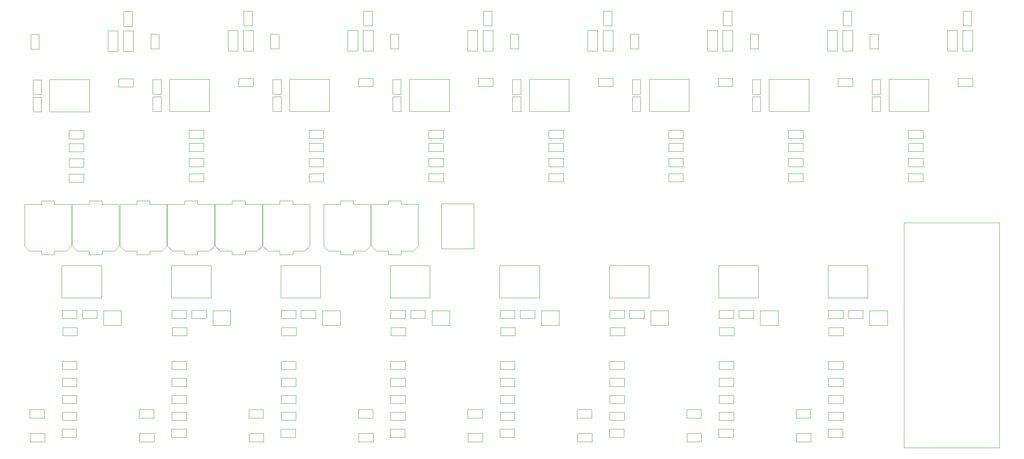
<source format=gbr>
G04 #@! TF.GenerationSoftware,KiCad,Pcbnew,9.0.0*
G04 #@! TF.CreationDate,2025-06-12T15:22:14-04:00*
G04 #@! TF.ProjectId,Oblique Palette 0.5.1 PCB Main,4f626c69-7175-4652-9050-616c65747465,rev?*
G04 #@! TF.SameCoordinates,Original*
G04 #@! TF.FileFunction,Other,User*
%FSLAX46Y46*%
G04 Gerber Fmt 4.6, Leading zero omitted, Abs format (unit mm)*
G04 Created by KiCad (PCBNEW 9.0.0) date 2025-06-12 15:22:14*
%MOMM*%
%LPD*%
G01*
G04 APERTURE LIST*
%ADD10C,0.050000*%
%ADD11C,0.120000*%
G04 APERTURE END LIST*
D10*
G04 #@! TO.C,U1*
X121225000Y-77285000D02*
X121225000Y-66885000D01*
X121225000Y-66885000D02*
X113825000Y-66885000D01*
X113825000Y-77285000D02*
X121225000Y-77285000D01*
X113825000Y-66885000D02*
X113825000Y-77285000D01*
G04 #@! TO.C,R116*
X51570000Y-103245700D02*
X54930000Y-103245700D01*
X51570000Y-105145700D02*
X51570000Y-103245700D01*
X54930000Y-103245700D02*
X54930000Y-105145700D01*
X54930000Y-105145700D02*
X51570000Y-105145700D01*
G04 #@! TO.C,R22*
X74864000Y-38140000D02*
X76764000Y-38140000D01*
X74864000Y-41500000D02*
X74864000Y-38140000D01*
X76764000Y-38140000D02*
X76764000Y-41500000D01*
X76764000Y-41500000D02*
X74864000Y-41500000D01*
G04 #@! TO.C,R161*
X66977000Y-37870000D02*
X66977000Y-39770000D01*
X66977000Y-39770000D02*
X70337000Y-39770000D01*
X70337000Y-37870000D02*
X66977000Y-37870000D01*
X70337000Y-39770000D02*
X70337000Y-37870000D01*
G04 #@! TO.C,R31*
X110878500Y-52870000D02*
X114238500Y-52870000D01*
X110878500Y-54770000D02*
X110878500Y-52870000D01*
X114238500Y-52870000D02*
X114238500Y-54770000D01*
X114238500Y-54770000D02*
X110878500Y-54770000D01*
G04 #@! TO.C,R152*
X202982500Y-118960000D02*
X206342500Y-118960000D01*
X202982500Y-120860000D02*
X202982500Y-118960000D01*
X206342500Y-118960000D02*
X206342500Y-120860000D01*
X206342500Y-120860000D02*
X202982500Y-120860000D01*
G04 #@! TO.C,R101*
X193849500Y-49870000D02*
X197209500Y-49870000D01*
X193849500Y-51770000D02*
X193849500Y-49870000D01*
X197209500Y-49870000D02*
X197209500Y-51770000D01*
X197209500Y-51770000D02*
X193849500Y-51770000D01*
G04 #@! TO.C,R136*
X170320000Y-114460000D02*
X173680000Y-114460000D01*
X170320000Y-116360000D02*
X170320000Y-114460000D01*
X173680000Y-114460000D02*
X173680000Y-116360000D01*
X173680000Y-116360000D02*
X170320000Y-116360000D01*
G04 #@! TO.C,R97*
X76732500Y-118960000D02*
X80092500Y-118960000D01*
X76732500Y-120860000D02*
X76732500Y-118960000D01*
X80092500Y-118960000D02*
X80092500Y-120860000D01*
X80092500Y-120860000D02*
X76732500Y-120860000D01*
G04 #@! TO.C,R94*
X166192500Y-49870000D02*
X169552500Y-49870000D01*
X166192500Y-51770000D02*
X166192500Y-49870000D01*
X169552500Y-49870000D02*
X169552500Y-51770000D01*
X169552500Y-51770000D02*
X166192500Y-51770000D01*
G04 #@! TO.C,R114*
X119820000Y-114460000D02*
X123180000Y-114460000D01*
X119820000Y-116360000D02*
X119820000Y-114460000D01*
X123180000Y-114460000D02*
X123180000Y-116360000D01*
X123180000Y-116360000D02*
X119820000Y-116360000D01*
G04 #@! TO.C,R117*
X127320000Y-111102900D02*
X130680000Y-111102900D01*
X127320000Y-113002900D02*
X127320000Y-111102900D01*
X130680000Y-111102900D02*
X130680000Y-113002900D01*
X130680000Y-113002900D02*
X127320000Y-113002900D01*
G04 #@! TO.C,R4*
X19550000Y-42230000D02*
X21450000Y-42230000D01*
X19550000Y-45590000D02*
X19550000Y-42230000D01*
X21450000Y-42230000D02*
X21450000Y-45590000D01*
X21450000Y-45590000D02*
X19550000Y-45590000D01*
G04 #@! TO.C,R123*
X76820000Y-103245700D02*
X80180000Y-103245700D01*
X76820000Y-105145700D02*
X76820000Y-103245700D01*
X80180000Y-103245700D02*
X80180000Y-105145700D01*
X80180000Y-105145700D02*
X76820000Y-105145700D01*
G04 #@! TO.C,U11*
X35812500Y-91560000D02*
X35812500Y-94960000D01*
X35812500Y-94960000D02*
X39912500Y-94960000D01*
X39912500Y-91560000D02*
X35812500Y-91560000D01*
X39912500Y-94960000D02*
X39912500Y-91560000D01*
G04 #@! TO.C,R74*
X26320000Y-115031400D02*
X29680000Y-115031400D01*
X26320000Y-116931400D02*
X26320000Y-115031400D01*
X29680000Y-115031400D02*
X29680000Y-116931400D01*
X29680000Y-116931400D02*
X26320000Y-116931400D01*
G04 #@! TO.C,R79*
X83221500Y-49870000D02*
X86581500Y-49870000D01*
X83221500Y-51770000D02*
X83221500Y-49870000D01*
X86581500Y-49870000D02*
X86581500Y-51770000D01*
X86581500Y-51770000D02*
X83221500Y-51770000D01*
G04 #@! TO.C,R53*
X193849500Y-56370000D02*
X197209500Y-56370000D01*
X193849500Y-58270000D02*
X193849500Y-56370000D01*
X197209500Y-56370000D02*
X197209500Y-58270000D01*
X197209500Y-58270000D02*
X193849500Y-58270000D01*
G04 #@! TO.C,D41*
X206342000Y-31520000D02*
X206342000Y-26820000D01*
X208642000Y-26820000D02*
X206342000Y-26820000D01*
X208642000Y-26820000D02*
X208642000Y-31520000D01*
X208642000Y-31520000D02*
X206342000Y-31520000D01*
G04 #@! TO.C,R61*
X221506500Y-56370000D02*
X224866500Y-56370000D01*
X221506500Y-58270000D02*
X221506500Y-56370000D01*
X224866500Y-56370000D02*
X224866500Y-58270000D01*
X224866500Y-58270000D02*
X221506500Y-58270000D01*
G04 #@! TO.C,R52*
X185492000Y-42140000D02*
X187392000Y-42140000D01*
X185492000Y-45500000D02*
X185492000Y-42140000D01*
X187392000Y-42140000D02*
X187392000Y-45500000D01*
X187392000Y-45500000D02*
X185492000Y-45500000D01*
G04 #@! TO.C,R12*
X47207000Y-42140000D02*
X49107000Y-42140000D01*
X47207000Y-45500000D02*
X47207000Y-42140000D01*
X49107000Y-42140000D02*
X49107000Y-45500000D01*
X49107000Y-45500000D02*
X47207000Y-45500000D01*
G04 #@! TO.C,R98*
X102070000Y-91460000D02*
X105430000Y-91460000D01*
X102070000Y-93360000D02*
X102070000Y-91460000D01*
X105430000Y-91460000D02*
X105430000Y-93360000D01*
X105430000Y-93360000D02*
X102070000Y-93360000D01*
G04 #@! TO.C,C4*
X39600000Y-76660000D02*
X39600000Y-67010000D01*
X40750000Y-77810000D02*
X39600000Y-76660000D01*
X43500000Y-66160000D02*
X43500000Y-67010000D01*
X43500000Y-67010000D02*
X39600000Y-67010000D01*
X43500000Y-77810000D02*
X40750000Y-77810000D01*
X43500000Y-78660000D02*
X43500000Y-77810000D01*
X46500000Y-66160000D02*
X43500000Y-66160000D01*
X46500000Y-67010000D02*
X46500000Y-66160000D01*
X46500000Y-77810000D02*
X46500000Y-78660000D01*
X46500000Y-78660000D02*
X43500000Y-78660000D01*
X49250000Y-77810000D02*
X46500000Y-77810000D01*
X49250000Y-77810000D02*
X50400000Y-76660000D01*
X50400000Y-67010000D02*
X46500000Y-67010000D01*
X50400000Y-76660000D02*
X50400000Y-67010000D01*
G04 #@! TO.C,R27*
X110878500Y-59870000D02*
X114238500Y-59870000D01*
X110878500Y-61770000D02*
X110878500Y-59870000D01*
X114238500Y-59870000D02*
X114238500Y-61770000D01*
X114238500Y-61770000D02*
X110878500Y-61770000D01*
G04 #@! TO.C,D29*
X151028000Y-31520000D02*
X151028000Y-26820000D01*
X153328000Y-26820000D02*
X151028000Y-26820000D01*
X153328000Y-26820000D02*
X153328000Y-31520000D01*
X153328000Y-31520000D02*
X151028000Y-31520000D01*
G04 #@! TO.C,C2*
X50600000Y-76660000D02*
X50600000Y-67010000D01*
X51750000Y-77810000D02*
X50600000Y-76660000D01*
X54500000Y-66160000D02*
X54500000Y-67010000D01*
X54500000Y-67010000D02*
X50600000Y-67010000D01*
X54500000Y-77810000D02*
X51750000Y-77810000D01*
X54500000Y-78660000D02*
X54500000Y-77810000D01*
X57500000Y-66160000D02*
X54500000Y-66160000D01*
X57500000Y-67010000D02*
X57500000Y-66160000D01*
X57500000Y-77810000D02*
X57500000Y-78660000D01*
X57500000Y-78660000D02*
X54500000Y-78660000D01*
X60250000Y-77810000D02*
X57500000Y-77810000D01*
X60250000Y-77810000D02*
X61400000Y-76660000D01*
X61400000Y-67010000D02*
X57500000Y-67010000D01*
X61400000Y-76660000D02*
X61400000Y-67010000D01*
G04 #@! TO.C,R81*
X44070000Y-114460000D02*
X47430000Y-114460000D01*
X44070000Y-116360000D02*
X44070000Y-114460000D01*
X47430000Y-114460000D02*
X47430000Y-116360000D01*
X47430000Y-116360000D02*
X44070000Y-116360000D01*
G04 #@! TO.C,R100*
X102157500Y-95460000D02*
X105517500Y-95460000D01*
X102157500Y-97360000D02*
X102157500Y-95460000D01*
X105517500Y-95460000D02*
X105517500Y-97360000D01*
X105517500Y-97360000D02*
X102157500Y-97360000D01*
G04 #@! TO.C,R16*
X46707000Y-27640000D02*
X48607000Y-27640000D01*
X46707000Y-31000000D02*
X46707000Y-27640000D01*
X48607000Y-27640000D02*
X48607000Y-31000000D01*
X48607000Y-31000000D02*
X46707000Y-31000000D01*
G04 #@! TO.C,U4*
X51077000Y-38095000D02*
X51077000Y-45495000D01*
X51077000Y-45495000D02*
X60237000Y-45495000D01*
X60237000Y-38095000D02*
X51077000Y-38095000D01*
X60237000Y-45495000D02*
X60237000Y-38095000D01*
G04 #@! TO.C,C14*
X178776000Y-22345700D02*
X180736000Y-22345700D01*
X178776000Y-25745700D02*
X178776000Y-22345700D01*
X180736000Y-22345700D02*
X180736000Y-25745700D01*
X180736000Y-25745700D02*
X178776000Y-25745700D01*
G04 #@! TO.C,R138*
X152570000Y-103245700D02*
X155930000Y-103245700D01*
X152570000Y-105145700D02*
X152570000Y-103245700D01*
X155930000Y-103245700D02*
X155930000Y-105145700D01*
X155930000Y-105145700D02*
X152570000Y-105145700D01*
G04 #@! TO.C,R30*
X102521000Y-38140000D02*
X104421000Y-38140000D01*
X102521000Y-41500000D02*
X102521000Y-38140000D01*
X104421000Y-38140000D02*
X104421000Y-41500000D01*
X104421000Y-41500000D02*
X102521000Y-41500000D01*
G04 #@! TO.C,R141*
X177732500Y-118960000D02*
X181092500Y-118960000D01*
X177732500Y-120860000D02*
X177732500Y-118960000D01*
X181092500Y-118960000D02*
X181092500Y-120860000D01*
X181092500Y-120860000D02*
X177732500Y-120860000D01*
G04 #@! TO.C,U9*
X189362000Y-38095000D02*
X189362000Y-45495000D01*
X189362000Y-45495000D02*
X198522000Y-45495000D01*
X198522000Y-38095000D02*
X189362000Y-38095000D01*
X198522000Y-45495000D02*
X198522000Y-38095000D01*
G04 #@! TO.C,U7*
X134048000Y-38095000D02*
X134048000Y-45495000D01*
X134048000Y-45495000D02*
X143208000Y-45495000D01*
X143208000Y-38095000D02*
X134048000Y-38095000D01*
X143208000Y-45495000D02*
X143208000Y-38095000D01*
G04 #@! TO.C,R73*
X26320000Y-111102900D02*
X29680000Y-111102900D01*
X26320000Y-113002900D02*
X26320000Y-111102900D01*
X29680000Y-111102900D02*
X29680000Y-113002900D01*
X29680000Y-113002900D02*
X26320000Y-113002900D01*
G04 #@! TO.C,R129*
X152570000Y-115031400D02*
X155930000Y-115031400D01*
X152570000Y-116931400D02*
X152570000Y-115031400D01*
X155930000Y-115031400D02*
X155930000Y-116931400D01*
X155930000Y-116931400D02*
X152570000Y-116931400D01*
G04 #@! TO.C,R46*
X157835000Y-38140000D02*
X159735000Y-38140000D01*
X157835000Y-41500000D02*
X157835000Y-38140000D01*
X159735000Y-38140000D02*
X159735000Y-41500000D01*
X159735000Y-41500000D02*
X157835000Y-41500000D01*
G04 #@! TO.C,R125*
X145070000Y-114460000D02*
X148430000Y-114460000D01*
X145070000Y-116360000D02*
X145070000Y-114460000D01*
X148430000Y-114460000D02*
X148430000Y-116360000D01*
X148430000Y-116360000D02*
X145070000Y-116360000D01*
G04 #@! TO.C,R147*
X195570000Y-114460000D02*
X198930000Y-114460000D01*
X195570000Y-116360000D02*
X195570000Y-114460000D01*
X198930000Y-114460000D02*
X198930000Y-116360000D01*
X198930000Y-116360000D02*
X195570000Y-116360000D01*
G04 #@! TO.C,R139*
X177820000Y-111102900D02*
X181180000Y-111102900D01*
X177820000Y-113002900D02*
X177820000Y-111102900D01*
X181180000Y-111102900D02*
X181180000Y-113002900D01*
X181180000Y-113002900D02*
X177820000Y-113002900D01*
G04 #@! TO.C,R11*
X55564500Y-59870000D02*
X58924500Y-59870000D01*
X55564500Y-61770000D02*
X55564500Y-59870000D01*
X58924500Y-59870000D02*
X58924500Y-61770000D01*
X58924500Y-61770000D02*
X55564500Y-61770000D01*
G04 #@! TO.C,R84*
X51570000Y-111102900D02*
X54930000Y-111102900D01*
X51570000Y-113002900D02*
X51570000Y-111102900D01*
X54930000Y-111102900D02*
X54930000Y-113002900D01*
X54930000Y-113002900D02*
X51570000Y-113002900D01*
G04 #@! TO.C,R21*
X83221500Y-56370000D02*
X86581500Y-56370000D01*
X83221500Y-58270000D02*
X83221500Y-56370000D01*
X86581500Y-56370000D02*
X86581500Y-58270000D01*
X86581500Y-58270000D02*
X83221500Y-58270000D01*
G04 #@! TO.C,R63*
X221506500Y-52870000D02*
X224866500Y-52870000D01*
X221506500Y-54770000D02*
X221506500Y-52870000D01*
X224866500Y-52870000D02*
X224866500Y-54770000D01*
X224866500Y-54770000D02*
X221506500Y-54770000D01*
G04 #@! TO.C,U3*
X23420000Y-38185000D02*
X23420000Y-45585000D01*
X23420000Y-45585000D02*
X32580000Y-45585000D01*
X32580000Y-38185000D02*
X23420000Y-38185000D01*
X32580000Y-45585000D02*
X32580000Y-38185000D01*
G04 #@! TO.C,U23*
X187312500Y-91560000D02*
X187312500Y-94960000D01*
X187312500Y-94960000D02*
X191412500Y-94960000D01*
X191412500Y-91560000D02*
X187312500Y-91560000D01*
X191412500Y-94960000D02*
X191412500Y-91560000D01*
G04 #@! TO.C,R19*
X83221500Y-59870000D02*
X86581500Y-59870000D01*
X83221500Y-61770000D02*
X83221500Y-59870000D01*
X86581500Y-59870000D02*
X86581500Y-61770000D01*
X86581500Y-61770000D02*
X83221500Y-61770000D01*
G04 #@! TO.C,U5*
X78734000Y-38095000D02*
X78734000Y-45495000D01*
X78734000Y-45495000D02*
X87894000Y-45495000D01*
X87894000Y-38095000D02*
X78734000Y-38095000D01*
X87894000Y-45495000D02*
X87894000Y-38095000D01*
G04 #@! TO.C,R168*
X207657500Y-91460000D02*
X207657500Y-93360000D01*
X207657500Y-93360000D02*
X211017500Y-93360000D01*
X211017500Y-91460000D02*
X207657500Y-91460000D01*
X211017500Y-93360000D02*
X211017500Y-91460000D01*
G04 #@! TO.C,U13*
X61062500Y-91560000D02*
X61062500Y-94960000D01*
X61062500Y-94960000D02*
X65162500Y-94960000D01*
X65162500Y-91560000D02*
X61062500Y-91560000D01*
X65162500Y-94960000D02*
X65162500Y-91560000D01*
G04 #@! TO.C,R122*
X152657500Y-95460000D02*
X156017500Y-95460000D01*
X152657500Y-97360000D02*
X152657500Y-95460000D01*
X156017500Y-95460000D02*
X156017500Y-97360000D01*
X156017500Y-97360000D02*
X152657500Y-97360000D01*
G04 #@! TO.C,C5*
X72600000Y-76660000D02*
X72600000Y-67010000D01*
X73750000Y-77810000D02*
X72600000Y-76660000D01*
X76500000Y-66160000D02*
X76500000Y-67010000D01*
X76500000Y-67010000D02*
X72600000Y-67010000D01*
X76500000Y-77810000D02*
X73750000Y-77810000D01*
X76500000Y-78660000D02*
X76500000Y-77810000D01*
X79500000Y-66160000D02*
X76500000Y-66160000D01*
X79500000Y-67010000D02*
X79500000Y-66160000D01*
X79500000Y-77810000D02*
X79500000Y-78660000D01*
X79500000Y-78660000D02*
X76500000Y-78660000D01*
X82250000Y-77810000D02*
X79500000Y-77810000D01*
X82250000Y-77810000D02*
X83400000Y-76660000D01*
X83400000Y-67010000D02*
X79500000Y-67010000D01*
X83400000Y-76660000D02*
X83400000Y-67010000D01*
G04 #@! TO.C,R164*
X149948000Y-37870000D02*
X149948000Y-39770000D01*
X149948000Y-39770000D02*
X153308000Y-39770000D01*
X153308000Y-37870000D02*
X149948000Y-37870000D01*
X153308000Y-39770000D02*
X153308000Y-37870000D01*
G04 #@! TO.C,C16*
X234090000Y-22345700D02*
X236050000Y-22345700D01*
X234090000Y-25745700D02*
X234090000Y-22345700D01*
X236050000Y-22345700D02*
X236050000Y-25745700D01*
X236050000Y-25745700D02*
X234090000Y-25745700D01*
G04 #@! TO.C,R45*
X166192500Y-56370000D02*
X169552500Y-56370000D01*
X166192500Y-58270000D02*
X166192500Y-56370000D01*
X169552500Y-56370000D02*
X169552500Y-58270000D01*
X169552500Y-58270000D02*
X166192500Y-58270000D01*
G04 #@! TO.C,R40*
X129678000Y-27640000D02*
X131578000Y-27640000D01*
X129678000Y-31000000D02*
X129678000Y-27640000D01*
X131578000Y-27640000D02*
X131578000Y-31000000D01*
X131578000Y-31000000D02*
X129678000Y-31000000D01*
G04 #@! TO.C,R62*
X213149000Y-38140000D02*
X215049000Y-38140000D01*
X213149000Y-41500000D02*
X213149000Y-38140000D01*
X215049000Y-38140000D02*
X215049000Y-41500000D01*
X215049000Y-41500000D02*
X213149000Y-41500000D01*
G04 #@! TO.C,R154*
X56157500Y-91460000D02*
X56157500Y-93360000D01*
X56157500Y-93360000D02*
X59517500Y-93360000D01*
X59517500Y-91460000D02*
X56157500Y-91460000D01*
X59517500Y-93360000D02*
X59517500Y-91460000D01*
G04 #@! TO.C,R153*
X30907500Y-91460000D02*
X30907500Y-93360000D01*
X30907500Y-93360000D02*
X34267500Y-93360000D01*
X34267500Y-91460000D02*
X30907500Y-91460000D01*
X34267500Y-93360000D02*
X34267500Y-91460000D01*
G04 #@! TO.C,R111*
X127407500Y-95460000D02*
X130767500Y-95460000D01*
X127407500Y-97360000D02*
X127407500Y-95460000D01*
X130767500Y-95460000D02*
X130767500Y-97360000D01*
X130767500Y-97360000D02*
X127407500Y-97360000D01*
G04 #@! TO.C,R68*
X27907500Y-49960000D02*
X31267500Y-49960000D01*
X27907500Y-51860000D02*
X27907500Y-49960000D01*
X31267500Y-49960000D02*
X31267500Y-51860000D01*
X31267500Y-51860000D02*
X27907500Y-51860000D01*
G04 #@! TO.C,R107*
X102070000Y-115031400D02*
X105430000Y-115031400D01*
X102070000Y-116931400D02*
X102070000Y-115031400D01*
X105430000Y-115031400D02*
X105430000Y-116931400D01*
X105430000Y-116931400D02*
X102070000Y-116931400D01*
G04 #@! TO.C,R131*
X177820000Y-91460000D02*
X181180000Y-91460000D01*
X177820000Y-93360000D02*
X177820000Y-91460000D01*
X181180000Y-91460000D02*
X181180000Y-93360000D01*
X181180000Y-93360000D02*
X177820000Y-93360000D01*
G04 #@! TO.C,R140*
X177820000Y-115031400D02*
X181180000Y-115031400D01*
X177820000Y-116931400D02*
X177820000Y-115031400D01*
X181180000Y-115031400D02*
X181180000Y-116931400D01*
X181180000Y-116931400D02*
X177820000Y-116931400D01*
G04 #@! TO.C,U18*
X101960000Y-81185000D02*
X101960000Y-88585000D01*
X101960000Y-88585000D02*
X111120000Y-88585000D01*
X111120000Y-81185000D02*
X101960000Y-81185000D01*
X111120000Y-88585000D02*
X111120000Y-81185000D01*
G04 #@! TO.C,D46*
X230449000Y-31520000D02*
X230449000Y-26820000D01*
X232749000Y-26820000D02*
X230449000Y-26820000D01*
X232749000Y-26820000D02*
X232749000Y-31520000D01*
X232749000Y-31520000D02*
X230449000Y-31520000D01*
G04 #@! TO.C,R135*
X177820000Y-107174300D02*
X181180000Y-107174300D01*
X177820000Y-109074300D02*
X177820000Y-107174300D01*
X181180000Y-107174300D02*
X181180000Y-109074300D01*
X181180000Y-109074300D02*
X177820000Y-109074300D01*
G04 #@! TO.C,D47*
X233999000Y-26820000D02*
X233999000Y-31520000D01*
X233999000Y-26820000D02*
X236299000Y-26820000D01*
X233999000Y-31520000D02*
X236299000Y-31520000D01*
X236299000Y-31520000D02*
X236299000Y-26820000D01*
G04 #@! TO.C,R93*
X69407500Y-119960000D02*
X72767500Y-119960000D01*
X69407500Y-121860000D02*
X69407500Y-119960000D01*
X72767500Y-119960000D02*
X72767500Y-121860000D01*
X72767500Y-121860000D02*
X69407500Y-121860000D01*
G04 #@! TO.C,D4*
X36850000Y-31610000D02*
X36850000Y-26910000D01*
X39150000Y-26910000D02*
X36850000Y-26910000D01*
X39150000Y-26910000D02*
X39150000Y-31610000D01*
X39150000Y-31610000D02*
X36850000Y-31610000D01*
G04 #@! TO.C,R38*
X130178000Y-38140000D02*
X132078000Y-38140000D01*
X130178000Y-41500000D02*
X130178000Y-38140000D01*
X132078000Y-38140000D02*
X132078000Y-41500000D01*
X132078000Y-41500000D02*
X130178000Y-41500000D01*
G04 #@! TO.C,R118*
X127320000Y-115031400D02*
X130680000Y-115031400D01*
X127320000Y-116931400D02*
X127320000Y-115031400D01*
X130680000Y-115031400D02*
X130680000Y-116931400D01*
X130680000Y-116931400D02*
X127320000Y-116931400D01*
G04 #@! TO.C,C6*
X28600000Y-76660000D02*
X28600000Y-67010000D01*
X29750000Y-77810000D02*
X28600000Y-76660000D01*
X32500000Y-66160000D02*
X32500000Y-67010000D01*
X32500000Y-67010000D02*
X28600000Y-67010000D01*
X32500000Y-77810000D02*
X29750000Y-77810000D01*
X32500000Y-78660000D02*
X32500000Y-77810000D01*
X35500000Y-66160000D02*
X32500000Y-66160000D01*
X35500000Y-67010000D02*
X35500000Y-66160000D01*
X35500000Y-77810000D02*
X35500000Y-78660000D01*
X35500000Y-78660000D02*
X32500000Y-78660000D01*
X38250000Y-77810000D02*
X35500000Y-77810000D01*
X38250000Y-77810000D02*
X39400000Y-76660000D01*
X39400000Y-67010000D02*
X35500000Y-67010000D01*
X39400000Y-76660000D02*
X39400000Y-67010000D01*
G04 #@! TO.C,U25*
X212562500Y-91560000D02*
X212562500Y-94960000D01*
X212562500Y-94960000D02*
X216662500Y-94960000D01*
X216662500Y-91560000D02*
X212562500Y-91560000D01*
X216662500Y-94960000D02*
X216662500Y-91560000D01*
G04 #@! TO.C,R160*
X39320000Y-37960000D02*
X39320000Y-39860000D01*
X39320000Y-39860000D02*
X42680000Y-39860000D01*
X42680000Y-37960000D02*
X39320000Y-37960000D01*
X42680000Y-39860000D02*
X42680000Y-37960000D01*
G04 #@! TO.C,R70*
X18820000Y-114460000D02*
X22180000Y-114460000D01*
X18820000Y-116360000D02*
X18820000Y-114460000D01*
X22180000Y-114460000D02*
X22180000Y-116360000D01*
X22180000Y-116360000D02*
X18820000Y-116360000D01*
G04 #@! TO.C,R149*
X203070000Y-103245700D02*
X206430000Y-103245700D01*
X203070000Y-105145700D02*
X203070000Y-103245700D01*
X206430000Y-103245700D02*
X206430000Y-105145700D01*
X206430000Y-105145700D02*
X203070000Y-105145700D01*
G04 #@! TO.C,R56*
X184992000Y-27640000D02*
X186892000Y-27640000D01*
X184992000Y-31000000D02*
X184992000Y-27640000D01*
X186892000Y-27640000D02*
X186892000Y-31000000D01*
X186892000Y-31000000D02*
X184992000Y-31000000D01*
G04 #@! TO.C,R7*
X27907500Y-52960000D02*
X31267500Y-52960000D01*
X27907500Y-54860000D02*
X27907500Y-52960000D01*
X31267500Y-52960000D02*
X31267500Y-54860000D01*
X31267500Y-54860000D02*
X27907500Y-54860000D01*
G04 #@! TO.C,R5*
X27907500Y-56460000D02*
X31267500Y-56460000D01*
X27907500Y-58360000D02*
X27907500Y-56460000D01*
X31267500Y-56460000D02*
X31267500Y-58360000D01*
X31267500Y-58360000D02*
X27907500Y-58360000D01*
G04 #@! TO.C,R145*
X177820000Y-103245700D02*
X181180000Y-103245700D01*
X177820000Y-105145700D02*
X177820000Y-103245700D01*
X181180000Y-103245700D02*
X181180000Y-105145700D01*
X181180000Y-105145700D02*
X177820000Y-105145700D01*
G04 #@! TO.C,C1*
X97600000Y-76660000D02*
X97600000Y-67010000D01*
X98750000Y-77810000D02*
X97600000Y-76660000D01*
X101500000Y-66160000D02*
X101500000Y-67010000D01*
X101500000Y-67010000D02*
X97600000Y-67010000D01*
X101500000Y-77810000D02*
X98750000Y-77810000D01*
X101500000Y-78660000D02*
X101500000Y-77810000D01*
X104500000Y-66160000D02*
X101500000Y-66160000D01*
X104500000Y-67010000D02*
X104500000Y-66160000D01*
X104500000Y-77810000D02*
X104500000Y-78660000D01*
X104500000Y-78660000D02*
X101500000Y-78660000D01*
X107250000Y-77810000D02*
X104500000Y-77810000D01*
X107250000Y-77810000D02*
X108400000Y-76660000D01*
X108400000Y-67010000D02*
X104500000Y-67010000D01*
X108400000Y-76660000D02*
X108400000Y-67010000D01*
G04 #@! TO.C,U19*
X136812500Y-91560000D02*
X136812500Y-94960000D01*
X136812500Y-94960000D02*
X140912500Y-94960000D01*
X140912500Y-91560000D02*
X136812500Y-91560000D01*
X140912500Y-94960000D02*
X140912500Y-91560000D01*
G04 #@! TO.C,R39*
X138535500Y-52870000D02*
X141895500Y-52870000D01*
X138535500Y-54770000D02*
X138535500Y-52870000D01*
X141895500Y-52870000D02*
X141895500Y-54770000D01*
X141895500Y-54770000D02*
X138535500Y-54770000D01*
G04 #@! TO.C,R157*
X131907500Y-91460000D02*
X131907500Y-93360000D01*
X131907500Y-93360000D02*
X135267500Y-93360000D01*
X135267500Y-91460000D02*
X131907500Y-91460000D01*
X135267500Y-93360000D02*
X135267500Y-91460000D01*
G04 #@! TO.C,R43*
X166192500Y-59870000D02*
X169552500Y-59870000D01*
X166192500Y-61770000D02*
X166192500Y-59870000D01*
X169552500Y-59870000D02*
X169552500Y-61770000D01*
X169552500Y-61770000D02*
X166192500Y-61770000D01*
G04 #@! TO.C,R148*
X195657500Y-119960000D02*
X199017500Y-119960000D01*
X195657500Y-121860000D02*
X195657500Y-119960000D01*
X199017500Y-119960000D02*
X199017500Y-121860000D01*
X199017500Y-121860000D02*
X195657500Y-121860000D01*
G04 #@! TO.C,R128*
X152570000Y-111102900D02*
X155930000Y-111102900D01*
X152570000Y-113002900D02*
X152570000Y-111102900D01*
X155930000Y-111102900D02*
X155930000Y-113002900D01*
X155930000Y-113002900D02*
X152570000Y-113002900D01*
G04 #@! TO.C,U20*
X127210000Y-81185000D02*
X127210000Y-88585000D01*
X127210000Y-88585000D02*
X136370000Y-88585000D01*
X136370000Y-81185000D02*
X127210000Y-81185000D01*
X136370000Y-88585000D02*
X136370000Y-81185000D01*
G04 #@! TO.C,U22*
X152460000Y-81185000D02*
X152460000Y-88585000D01*
X152460000Y-88585000D02*
X161620000Y-88585000D01*
X161620000Y-81185000D02*
X152460000Y-81185000D01*
X161620000Y-88585000D02*
X161620000Y-81185000D01*
G04 #@! TO.C,U21*
X162062500Y-91560000D02*
X162062500Y-94960000D01*
X162062500Y-94960000D02*
X166162500Y-94960000D01*
X166162500Y-91560000D02*
X162062500Y-91560000D01*
X166162500Y-94960000D02*
X166162500Y-91560000D01*
G04 #@! TO.C,R158*
X157157500Y-91460000D02*
X157157500Y-93360000D01*
X157157500Y-93360000D02*
X160517500Y-93360000D01*
X160517500Y-91460000D02*
X157157500Y-91460000D01*
X160517500Y-93360000D02*
X160517500Y-91460000D01*
G04 #@! TO.C,R95*
X76820000Y-111102900D02*
X80180000Y-111102900D01*
X76820000Y-113002900D02*
X76820000Y-111102900D01*
X80180000Y-111102900D02*
X80180000Y-113002900D01*
X80180000Y-113002900D02*
X76820000Y-113002900D01*
D11*
G04 #@! TO.C,U2*
X220500000Y-71280000D02*
X242500000Y-71280000D01*
X220500000Y-123280000D02*
X220500000Y-71280000D01*
X242500000Y-71280000D02*
X242500000Y-123280000D01*
X242500000Y-123280000D02*
X220500000Y-123280000D01*
D10*
G04 #@! TO.C,D5*
X40400000Y-31610000D02*
X40400000Y-26910000D01*
X42700000Y-26910000D02*
X40400000Y-26910000D01*
X42700000Y-26910000D02*
X42700000Y-31610000D01*
X42700000Y-31610000D02*
X40400000Y-31610000D01*
G04 #@! TO.C,R163*
X122291000Y-37870000D02*
X122291000Y-39770000D01*
X122291000Y-39770000D02*
X125651000Y-39770000D01*
X125651000Y-37870000D02*
X122291000Y-37870000D01*
X125651000Y-39770000D02*
X125651000Y-37870000D01*
G04 #@! TO.C,R90*
X138535500Y-49870000D02*
X141895500Y-49870000D01*
X138535500Y-51770000D02*
X138535500Y-49870000D01*
X141895500Y-49870000D02*
X141895500Y-51770000D01*
X141895500Y-51770000D02*
X138535500Y-51770000D01*
G04 #@! TO.C,R59*
X221506500Y-59870000D02*
X224866500Y-59870000D01*
X221506500Y-61770000D02*
X221506500Y-59870000D01*
X224866500Y-59870000D02*
X224866500Y-61770000D01*
X224866500Y-61770000D02*
X221506500Y-61770000D01*
G04 #@! TO.C,R20*
X74864000Y-42140000D02*
X76764000Y-42140000D01*
X74864000Y-45500000D02*
X74864000Y-42140000D01*
X76764000Y-42140000D02*
X76764000Y-45500000D01*
X76764000Y-45500000D02*
X74864000Y-45500000D01*
G04 #@! TO.C,R8*
X19050000Y-27730000D02*
X20950000Y-27730000D01*
X19050000Y-31090000D02*
X19050000Y-27730000D01*
X20950000Y-27730000D02*
X20950000Y-31090000D01*
X20950000Y-31090000D02*
X19050000Y-31090000D01*
G04 #@! TO.C,R155*
X81407500Y-91460000D02*
X81407500Y-93360000D01*
X81407500Y-93360000D02*
X84767500Y-93360000D01*
X84767500Y-91460000D02*
X81407500Y-91460000D01*
X84767500Y-93360000D02*
X84767500Y-91460000D01*
G04 #@! TO.C,R124*
X152570000Y-107174300D02*
X155930000Y-107174300D01*
X152570000Y-109074300D02*
X152570000Y-107174300D01*
X155930000Y-107174300D02*
X155930000Y-109074300D01*
X155930000Y-109074300D02*
X152570000Y-109074300D01*
G04 #@! TO.C,R80*
X51570000Y-107174300D02*
X54930000Y-107174300D01*
X51570000Y-109074300D02*
X51570000Y-107174300D01*
X54930000Y-107174300D02*
X54930000Y-109074300D01*
X54930000Y-109074300D02*
X51570000Y-109074300D01*
G04 #@! TO.C,D10*
X64507000Y-31520000D02*
X64507000Y-26820000D01*
X66807000Y-26820000D02*
X64507000Y-26820000D01*
X66807000Y-26820000D02*
X66807000Y-31520000D01*
X66807000Y-31520000D02*
X64507000Y-31520000D01*
G04 #@! TO.C,R96*
X76820000Y-115031400D02*
X80180000Y-115031400D01*
X76820000Y-116931400D02*
X76820000Y-115031400D01*
X80180000Y-115031400D02*
X80180000Y-116931400D01*
X80180000Y-116931400D02*
X76820000Y-116931400D01*
G04 #@! TO.C,R55*
X193849500Y-52870000D02*
X197209500Y-52870000D01*
X193849500Y-54770000D02*
X193849500Y-52870000D01*
X197209500Y-52870000D02*
X197209500Y-54770000D01*
X197209500Y-54770000D02*
X193849500Y-54770000D01*
G04 #@! TO.C,R75*
X26232500Y-118960000D02*
X29592500Y-118960000D01*
X26232500Y-120860000D02*
X26232500Y-118960000D01*
X29592500Y-118960000D02*
X29592500Y-120860000D01*
X29592500Y-120860000D02*
X26232500Y-120860000D01*
G04 #@! TO.C,R35*
X138535500Y-59870000D02*
X141895500Y-59870000D01*
X138535500Y-61770000D02*
X138535500Y-59870000D01*
X141895500Y-59870000D02*
X141895500Y-61770000D01*
X141895500Y-61770000D02*
X138535500Y-61770000D01*
G04 #@! TO.C,R165*
X177605000Y-37870000D02*
X177605000Y-39770000D01*
X177605000Y-39770000D02*
X180965000Y-39770000D01*
X180965000Y-37870000D02*
X177605000Y-37870000D01*
X180965000Y-39770000D02*
X180965000Y-37870000D01*
G04 #@! TO.C,D28*
X147478000Y-31520000D02*
X147478000Y-26820000D01*
X149778000Y-26820000D02*
X147478000Y-26820000D01*
X149778000Y-26820000D02*
X149778000Y-31520000D01*
X149778000Y-31520000D02*
X147478000Y-31520000D01*
G04 #@! TO.C,C12*
X123462000Y-22345700D02*
X125422000Y-22345700D01*
X123462000Y-25745700D02*
X123462000Y-22345700D01*
X125422000Y-22345700D02*
X125422000Y-25745700D01*
X125422000Y-25745700D02*
X123462000Y-25745700D01*
G04 #@! TO.C,R64*
X212649000Y-27640000D02*
X214549000Y-27640000D01*
X212649000Y-31000000D02*
X212649000Y-27640000D01*
X214549000Y-27640000D02*
X214549000Y-31000000D01*
X214549000Y-31000000D02*
X212649000Y-31000000D01*
G04 #@! TO.C,R83*
X110878500Y-49870000D02*
X114238500Y-49870000D01*
X110878500Y-51770000D02*
X110878500Y-49870000D01*
X114238500Y-49870000D02*
X114238500Y-51770000D01*
X114238500Y-51770000D02*
X110878500Y-51770000D01*
G04 #@! TO.C,D35*
X178685000Y-31520000D02*
X178685000Y-26820000D01*
X180985000Y-26820000D02*
X178685000Y-26820000D01*
X180985000Y-26820000D02*
X180985000Y-31520000D01*
X180985000Y-31520000D02*
X178685000Y-31520000D01*
G04 #@! TO.C,C15*
X206433000Y-22345700D02*
X208393000Y-22345700D01*
X206433000Y-25745700D02*
X206433000Y-22345700D01*
X208393000Y-22345700D02*
X208393000Y-25745700D01*
X208393000Y-25745700D02*
X206433000Y-25745700D01*
G04 #@! TO.C,R133*
X177907500Y-95460000D02*
X181267500Y-95460000D01*
X177907500Y-97360000D02*
X177907500Y-95460000D01*
X181267500Y-95460000D02*
X181267500Y-97360000D01*
X181267500Y-97360000D02*
X177907500Y-97360000D01*
G04 #@! TO.C,R85*
X51570000Y-115031400D02*
X54930000Y-115031400D01*
X51570000Y-116931400D02*
X51570000Y-115031400D01*
X54930000Y-115031400D02*
X54930000Y-116931400D01*
X54930000Y-116931400D02*
X51570000Y-116931400D01*
G04 #@! TO.C,R32*
X102021000Y-27640000D02*
X103921000Y-27640000D01*
X102021000Y-31000000D02*
X102021000Y-27640000D01*
X103921000Y-27640000D02*
X103921000Y-31000000D01*
X103921000Y-31000000D02*
X102021000Y-31000000D01*
G04 #@! TO.C,U10*
X217019000Y-38095000D02*
X217019000Y-45495000D01*
X217019000Y-45495000D02*
X226179000Y-45495000D01*
X226179000Y-38095000D02*
X217019000Y-38095000D01*
X226179000Y-45495000D02*
X226179000Y-38095000D01*
G04 #@! TO.C,R54*
X185492000Y-38140000D02*
X187392000Y-38140000D01*
X185492000Y-41500000D02*
X185492000Y-38140000D01*
X187392000Y-38140000D02*
X187392000Y-41500000D01*
X187392000Y-41500000D02*
X185492000Y-41500000D01*
G04 #@! TO.C,R37*
X138535500Y-56370000D02*
X141895500Y-56370000D01*
X138535500Y-58270000D02*
X138535500Y-56370000D01*
X141895500Y-56370000D02*
X141895500Y-58270000D01*
X141895500Y-58270000D02*
X138535500Y-58270000D01*
G04 #@! TO.C,R69*
X26320000Y-107174300D02*
X29680000Y-107174300D01*
X26320000Y-109074300D02*
X26320000Y-107174300D01*
X29680000Y-107174300D02*
X29680000Y-109074300D01*
X29680000Y-109074300D02*
X26320000Y-109074300D01*
G04 #@! TO.C,R108*
X101982500Y-118960000D02*
X105342500Y-118960000D01*
X101982500Y-120860000D02*
X101982500Y-118960000D01*
X105342500Y-118960000D02*
X105342500Y-120860000D01*
X105342500Y-120860000D02*
X101982500Y-120860000D01*
G04 #@! TO.C,U26*
X202960000Y-81185000D02*
X202960000Y-88585000D01*
X202960000Y-88585000D02*
X212120000Y-88585000D01*
X212120000Y-81185000D02*
X202960000Y-81185000D01*
X212120000Y-88585000D02*
X212120000Y-81185000D01*
G04 #@! TO.C,R28*
X102521000Y-42140000D02*
X104421000Y-42140000D01*
X102521000Y-45500000D02*
X102521000Y-42140000D01*
X104421000Y-42140000D02*
X104421000Y-45500000D01*
X104421000Y-45500000D02*
X102521000Y-45500000D01*
G04 #@! TO.C,R156*
X106657500Y-91460000D02*
X106657500Y-93360000D01*
X106657500Y-93360000D02*
X110017500Y-93360000D01*
X110017500Y-91460000D02*
X106657500Y-91460000D01*
X110017500Y-93360000D02*
X110017500Y-91460000D01*
G04 #@! TO.C,D16*
X92164000Y-31520000D02*
X92164000Y-26820000D01*
X94464000Y-26820000D02*
X92164000Y-26820000D01*
X94464000Y-26820000D02*
X94464000Y-31520000D01*
X94464000Y-31520000D02*
X92164000Y-31520000D01*
G04 #@! TO.C,R150*
X203070000Y-111102900D02*
X206430000Y-111102900D01*
X203070000Y-113002900D02*
X203070000Y-111102900D01*
X206430000Y-111102900D02*
X206430000Y-113002900D01*
X206430000Y-113002900D02*
X203070000Y-113002900D01*
G04 #@! TO.C,U15*
X86312500Y-91560000D02*
X86312500Y-94960000D01*
X86312500Y-94960000D02*
X90412500Y-94960000D01*
X90412500Y-91560000D02*
X86312500Y-91560000D01*
X90412500Y-94960000D02*
X90412500Y-91560000D01*
G04 #@! TO.C,R109*
X127320000Y-91460000D02*
X130680000Y-91460000D01*
X127320000Y-93360000D02*
X127320000Y-91460000D01*
X130680000Y-91460000D02*
X130680000Y-93360000D01*
X130680000Y-93360000D02*
X127320000Y-93360000D01*
G04 #@! TO.C,C8*
X17600000Y-76660000D02*
X17600000Y-67010000D01*
X18750000Y-77810000D02*
X17600000Y-76660000D01*
X21500000Y-66160000D02*
X21500000Y-67010000D01*
X21500000Y-67010000D02*
X17600000Y-67010000D01*
X21500000Y-77810000D02*
X18750000Y-77810000D01*
X21500000Y-78660000D02*
X21500000Y-77810000D01*
X24500000Y-66160000D02*
X21500000Y-66160000D01*
X24500000Y-67010000D02*
X24500000Y-66160000D01*
X24500000Y-77810000D02*
X24500000Y-78660000D01*
X24500000Y-78660000D02*
X21500000Y-78660000D01*
X27250000Y-77810000D02*
X24500000Y-77810000D01*
X27250000Y-77810000D02*
X28400000Y-76660000D01*
X28400000Y-67010000D02*
X24500000Y-67010000D01*
X28400000Y-76660000D02*
X28400000Y-67010000D01*
G04 #@! TO.C,R106*
X102070000Y-111102900D02*
X105430000Y-111102900D01*
X102070000Y-113002900D02*
X102070000Y-111102900D01*
X105430000Y-111102900D02*
X105430000Y-113002900D01*
X105430000Y-113002900D02*
X102070000Y-113002900D01*
G04 #@! TO.C,R15*
X55564500Y-52870000D02*
X58924500Y-52870000D01*
X55564500Y-54770000D02*
X55564500Y-52870000D01*
X58924500Y-52870000D02*
X58924500Y-54770000D01*
X58924500Y-54770000D02*
X55564500Y-54770000D01*
G04 #@! TO.C,C3*
X86600000Y-76660000D02*
X86600000Y-67010000D01*
X87750000Y-77810000D02*
X86600000Y-76660000D01*
X90500000Y-66160000D02*
X90500000Y-67010000D01*
X90500000Y-67010000D02*
X86600000Y-67010000D01*
X90500000Y-77810000D02*
X87750000Y-77810000D01*
X90500000Y-78660000D02*
X90500000Y-77810000D01*
X93500000Y-66160000D02*
X90500000Y-66160000D01*
X93500000Y-67010000D02*
X93500000Y-66160000D01*
X93500000Y-77810000D02*
X93500000Y-78660000D01*
X93500000Y-78660000D02*
X90500000Y-78660000D01*
X96250000Y-77810000D02*
X93500000Y-77810000D01*
X96250000Y-77810000D02*
X97400000Y-76660000D01*
X97400000Y-67010000D02*
X93500000Y-67010000D01*
X97400000Y-76660000D02*
X97400000Y-67010000D01*
G04 #@! TO.C,C10*
X68148000Y-22345700D02*
X70108000Y-22345700D01*
X68148000Y-25745700D02*
X68148000Y-22345700D01*
X70108000Y-22345700D02*
X70108000Y-25745700D01*
X70108000Y-25745700D02*
X68148000Y-25745700D01*
G04 #@! TO.C,R127*
X102070000Y-103245700D02*
X105430000Y-103245700D01*
X102070000Y-105145700D02*
X102070000Y-103245700D01*
X105430000Y-103245700D02*
X105430000Y-105145700D01*
X105430000Y-105145700D02*
X102070000Y-105145700D01*
G04 #@! TO.C,R103*
X94570000Y-114460000D02*
X97930000Y-114460000D01*
X94570000Y-116360000D02*
X94570000Y-114460000D01*
X97930000Y-114460000D02*
X97930000Y-116360000D01*
X97930000Y-116360000D02*
X94570000Y-116360000D01*
G04 #@! TO.C,R36*
X130178000Y-42140000D02*
X132078000Y-42140000D01*
X130178000Y-45500000D02*
X130178000Y-42140000D01*
X132078000Y-42140000D02*
X132078000Y-45500000D01*
X132078000Y-45500000D02*
X130178000Y-45500000D01*
G04 #@! TO.C,C11*
X95805000Y-22345700D02*
X97765000Y-22345700D01*
X95805000Y-25745700D02*
X95805000Y-22345700D01*
X97765000Y-22345700D02*
X97765000Y-25745700D01*
X97765000Y-25745700D02*
X95805000Y-25745700D01*
G04 #@! TO.C,R78*
X51657500Y-95460000D02*
X55017500Y-95460000D01*
X51657500Y-97360000D02*
X51657500Y-95460000D01*
X55017500Y-95460000D02*
X55017500Y-97360000D01*
X55017500Y-97360000D02*
X51657500Y-97360000D01*
G04 #@! TO.C,R134*
X127320000Y-103245700D02*
X130680000Y-103245700D01*
X127320000Y-105145700D02*
X127320000Y-103245700D01*
X130680000Y-103245700D02*
X130680000Y-105145700D01*
X130680000Y-105145700D02*
X127320000Y-105145700D01*
G04 #@! TO.C,R146*
X203070000Y-107174300D02*
X206430000Y-107174300D01*
X203070000Y-109074300D02*
X203070000Y-107174300D01*
X206430000Y-107174300D02*
X206430000Y-109074300D01*
X206430000Y-109074300D02*
X203070000Y-109074300D01*
G04 #@! TO.C,R126*
X145157500Y-119960000D02*
X148517500Y-119960000D01*
X145157500Y-121860000D02*
X145157500Y-119960000D01*
X148517500Y-119960000D02*
X148517500Y-121860000D01*
X148517500Y-121860000D02*
X145157500Y-121860000D01*
G04 #@! TO.C,C9*
X40491000Y-22435700D02*
X42451000Y-22435700D01*
X40491000Y-25835700D02*
X40491000Y-22435700D01*
X42451000Y-22435700D02*
X42451000Y-25835700D01*
X42451000Y-25835700D02*
X40491000Y-25835700D01*
G04 #@! TO.C,U24*
X177710000Y-81185000D02*
X177710000Y-88585000D01*
X177710000Y-88585000D02*
X186870000Y-88585000D01*
X186870000Y-81185000D02*
X177710000Y-81185000D01*
X186870000Y-88585000D02*
X186870000Y-81185000D01*
G04 #@! TO.C,R76*
X51570000Y-91460000D02*
X54930000Y-91460000D01*
X51570000Y-93360000D02*
X51570000Y-91460000D01*
X54930000Y-91460000D02*
X54930000Y-93360000D01*
X54930000Y-93360000D02*
X51570000Y-93360000D01*
G04 #@! TO.C,R23*
X83221500Y-52870000D02*
X86581500Y-52870000D01*
X83221500Y-54770000D02*
X83221500Y-52870000D01*
X86581500Y-52870000D02*
X86581500Y-54770000D01*
X86581500Y-54770000D02*
X83221500Y-54770000D01*
G04 #@! TO.C,R24*
X74364000Y-27640000D02*
X76264000Y-27640000D01*
X74364000Y-31000000D02*
X74364000Y-27640000D01*
X76264000Y-27640000D02*
X76264000Y-31000000D01*
X76264000Y-31000000D02*
X74364000Y-31000000D01*
G04 #@! TO.C,R3*
X27907500Y-59960000D02*
X31267500Y-59960000D01*
X27907500Y-61860000D02*
X27907500Y-59960000D01*
X31267500Y-59960000D02*
X31267500Y-61860000D01*
X31267500Y-61860000D02*
X27907500Y-61860000D01*
G04 #@! TO.C,R86*
X51482500Y-118960000D02*
X54842500Y-118960000D01*
X51482500Y-120860000D02*
X51482500Y-118960000D01*
X54842500Y-118960000D02*
X54842500Y-120860000D01*
X54842500Y-120860000D02*
X51482500Y-120860000D01*
G04 #@! TO.C,C13*
X151119000Y-22345700D02*
X153079000Y-22345700D01*
X151119000Y-25745700D02*
X151119000Y-22345700D01*
X153079000Y-22345700D02*
X153079000Y-25745700D01*
X153079000Y-25745700D02*
X151119000Y-25745700D01*
G04 #@! TO.C,R60*
X213149000Y-42140000D02*
X215049000Y-42140000D01*
X213149000Y-45500000D02*
X213149000Y-42140000D01*
X215049000Y-42140000D02*
X215049000Y-45500000D01*
X215049000Y-45500000D02*
X213149000Y-45500000D01*
G04 #@! TO.C,R119*
X127232500Y-118960000D02*
X130592500Y-118960000D01*
X127232500Y-120860000D02*
X127232500Y-118960000D01*
X130592500Y-118960000D02*
X130592500Y-120860000D01*
X130592500Y-120860000D02*
X127232500Y-120860000D01*
G04 #@! TO.C,R166*
X205262000Y-37870000D02*
X205262000Y-39770000D01*
X205262000Y-39770000D02*
X208622000Y-39770000D01*
X208622000Y-37870000D02*
X205262000Y-37870000D01*
X208622000Y-39770000D02*
X208622000Y-37870000D01*
G04 #@! TO.C,R67*
X26407500Y-95460000D02*
X29767500Y-95460000D01*
X26407500Y-97360000D02*
X26407500Y-95460000D01*
X29767500Y-95460000D02*
X29767500Y-97360000D01*
X29767500Y-97360000D02*
X26407500Y-97360000D01*
G04 #@! TO.C,C7*
X61600000Y-76660000D02*
X61600000Y-67010000D01*
X62750000Y-77810000D02*
X61600000Y-76660000D01*
X65500000Y-66160000D02*
X65500000Y-67010000D01*
X65500000Y-67010000D02*
X61600000Y-67010000D01*
X65500000Y-77810000D02*
X62750000Y-77810000D01*
X65500000Y-78660000D02*
X65500000Y-77810000D01*
X68500000Y-66160000D02*
X65500000Y-66160000D01*
X68500000Y-67010000D02*
X68500000Y-66160000D01*
X68500000Y-77810000D02*
X68500000Y-78660000D01*
X68500000Y-78660000D02*
X65500000Y-78660000D01*
X71250000Y-77810000D02*
X68500000Y-77810000D01*
X71250000Y-77810000D02*
X72400000Y-76660000D01*
X72400000Y-67010000D02*
X68500000Y-67010000D01*
X72400000Y-76660000D02*
X72400000Y-67010000D01*
G04 #@! TO.C,R159*
X182407500Y-91460000D02*
X182407500Y-93360000D01*
X182407500Y-93360000D02*
X185767500Y-93360000D01*
X185767500Y-91460000D02*
X182407500Y-91460000D01*
X185767500Y-93360000D02*
X185767500Y-91460000D01*
G04 #@! TO.C,D23*
X123371000Y-31520000D02*
X123371000Y-26820000D01*
X125671000Y-26820000D02*
X123371000Y-26820000D01*
X125671000Y-26820000D02*
X125671000Y-31520000D01*
X125671000Y-31520000D02*
X123371000Y-31520000D01*
G04 #@! TO.C,R29*
X110878500Y-56370000D02*
X114238500Y-56370000D01*
X110878500Y-58270000D02*
X110878500Y-56370000D01*
X114238500Y-56370000D02*
X114238500Y-58270000D01*
X114238500Y-58270000D02*
X110878500Y-58270000D01*
G04 #@! TO.C,D17*
X95714000Y-31520000D02*
X95714000Y-26820000D01*
X98014000Y-26820000D02*
X95714000Y-26820000D01*
X98014000Y-26820000D02*
X98014000Y-31520000D01*
X98014000Y-31520000D02*
X95714000Y-31520000D01*
G04 #@! TO.C,D22*
X119821000Y-31520000D02*
X119821000Y-26820000D01*
X122121000Y-26820000D02*
X119821000Y-26820000D01*
X122121000Y-26820000D02*
X122121000Y-31520000D01*
X122121000Y-31520000D02*
X119821000Y-31520000D01*
G04 #@! TO.C,U14*
X51460000Y-81185000D02*
X51460000Y-88585000D01*
X51460000Y-88585000D02*
X60620000Y-88585000D01*
X60620000Y-81185000D02*
X51460000Y-81185000D01*
X60620000Y-88585000D02*
X60620000Y-81185000D01*
G04 #@! TO.C,R44*
X157835000Y-42140000D02*
X159735000Y-42140000D01*
X157835000Y-45500000D02*
X157835000Y-42140000D01*
X159735000Y-42140000D02*
X159735000Y-45500000D01*
X159735000Y-45500000D02*
X157835000Y-45500000D01*
G04 #@! TO.C,U8*
X161705000Y-38095000D02*
X161705000Y-45495000D01*
X161705000Y-45495000D02*
X170865000Y-45495000D01*
X170865000Y-38095000D02*
X161705000Y-38095000D01*
X170865000Y-45495000D02*
X170865000Y-38095000D01*
G04 #@! TO.C,R130*
X152482500Y-118960000D02*
X155842500Y-118960000D01*
X152482500Y-120860000D02*
X152482500Y-118960000D01*
X155842500Y-118960000D02*
X155842500Y-120860000D01*
X155842500Y-120860000D02*
X152482500Y-120860000D01*
G04 #@! TO.C,R144*
X203157500Y-95460000D02*
X206517500Y-95460000D01*
X203157500Y-97360000D02*
X203157500Y-95460000D01*
X206517500Y-95460000D02*
X206517500Y-97360000D01*
X206517500Y-97360000D02*
X203157500Y-97360000D01*
G04 #@! TO.C,R137*
X170407500Y-119960000D02*
X173767500Y-119960000D01*
X170407500Y-121860000D02*
X170407500Y-119960000D01*
X173767500Y-119960000D02*
X173767500Y-121860000D01*
X173767500Y-121860000D02*
X170407500Y-121860000D01*
G04 #@! TO.C,D34*
X175135000Y-31520000D02*
X175135000Y-26820000D01*
X177435000Y-26820000D02*
X175135000Y-26820000D01*
X177435000Y-26820000D02*
X177435000Y-31520000D01*
X177435000Y-31520000D02*
X175135000Y-31520000D01*
G04 #@! TO.C,R102*
X102070000Y-107174300D02*
X105430000Y-107174300D01*
X102070000Y-109074300D02*
X102070000Y-107174300D01*
X105430000Y-107174300D02*
X105430000Y-109074300D01*
X105430000Y-109074300D02*
X102070000Y-109074300D01*
G04 #@! TO.C,R72*
X55564500Y-49870000D02*
X58924500Y-49870000D01*
X55564500Y-51770000D02*
X55564500Y-49870000D01*
X58924500Y-49870000D02*
X58924500Y-51770000D01*
X58924500Y-51770000D02*
X55564500Y-51770000D01*
G04 #@! TO.C,R162*
X94634000Y-37870000D02*
X94634000Y-39770000D01*
X94634000Y-39770000D02*
X97994000Y-39770000D01*
X97994000Y-37870000D02*
X94634000Y-37870000D01*
X97994000Y-39770000D02*
X97994000Y-37870000D01*
G04 #@! TO.C,R105*
X221506500Y-49870000D02*
X224866500Y-49870000D01*
X221506500Y-51770000D02*
X221506500Y-49870000D01*
X224866500Y-49870000D02*
X224866500Y-51770000D01*
X224866500Y-51770000D02*
X221506500Y-51770000D01*
G04 #@! TO.C,R48*
X157335000Y-27640000D02*
X159235000Y-27640000D01*
X157335000Y-31000000D02*
X157335000Y-27640000D01*
X159235000Y-27640000D02*
X159235000Y-31000000D01*
X159235000Y-31000000D02*
X157335000Y-31000000D01*
G04 #@! TO.C,R13*
X55564500Y-56370000D02*
X58924500Y-56370000D01*
X55564500Y-58270000D02*
X55564500Y-56370000D01*
X58924500Y-56370000D02*
X58924500Y-58270000D01*
X58924500Y-58270000D02*
X55564500Y-58270000D01*
G04 #@! TO.C,R151*
X203070000Y-115031400D02*
X206430000Y-115031400D01*
X203070000Y-116931400D02*
X203070000Y-115031400D01*
X206430000Y-115031400D02*
X206430000Y-116931400D01*
X206430000Y-116931400D02*
X203070000Y-116931400D01*
G04 #@! TO.C,R113*
X127320000Y-107174300D02*
X130680000Y-107174300D01*
X127320000Y-109074300D02*
X127320000Y-107174300D01*
X130680000Y-107174300D02*
X130680000Y-109074300D01*
X130680000Y-109074300D02*
X127320000Y-109074300D01*
G04 #@! TO.C,R71*
X18907500Y-119960000D02*
X22267500Y-119960000D01*
X18907500Y-121860000D02*
X18907500Y-119960000D01*
X22267500Y-119960000D02*
X22267500Y-121860000D01*
X22267500Y-121860000D02*
X18907500Y-121860000D01*
G04 #@! TO.C,R112*
X26320000Y-103245700D02*
X29680000Y-103245700D01*
X26320000Y-105145700D02*
X26320000Y-103245700D01*
X29680000Y-103245700D02*
X29680000Y-105145700D01*
X29680000Y-105145700D02*
X26320000Y-105145700D01*
G04 #@! TO.C,D11*
X68057000Y-31520000D02*
X68057000Y-26820000D01*
X70357000Y-26820000D02*
X68057000Y-26820000D01*
X70357000Y-26820000D02*
X70357000Y-31520000D01*
X70357000Y-31520000D02*
X68057000Y-31520000D01*
G04 #@! TO.C,R167*
X232919000Y-37870000D02*
X232919000Y-39770000D01*
X232919000Y-39770000D02*
X236279000Y-39770000D01*
X236279000Y-37870000D02*
X232919000Y-37870000D01*
X236279000Y-39770000D02*
X236279000Y-37870000D01*
G04 #@! TO.C,R115*
X119907500Y-119960000D02*
X123267500Y-119960000D01*
X119907500Y-121860000D02*
X119907500Y-119960000D01*
X123267500Y-119960000D02*
X123267500Y-121860000D01*
X123267500Y-121860000D02*
X119907500Y-121860000D01*
G04 #@! TO.C,U6*
X106391000Y-38095000D02*
X106391000Y-45495000D01*
X106391000Y-45495000D02*
X115551000Y-45495000D01*
X115551000Y-38095000D02*
X106391000Y-38095000D01*
X115551000Y-45495000D02*
X115551000Y-38095000D01*
G04 #@! TO.C,U12*
X26210000Y-81185000D02*
X26210000Y-88585000D01*
X26210000Y-88585000D02*
X35370000Y-88585000D01*
X35370000Y-81185000D02*
X26210000Y-81185000D01*
X35370000Y-88585000D02*
X35370000Y-81185000D01*
G04 #@! TO.C,R82*
X44157500Y-119960000D02*
X47517500Y-119960000D01*
X44157500Y-121860000D02*
X44157500Y-119960000D01*
X47517500Y-119960000D02*
X47517500Y-121860000D01*
X47517500Y-121860000D02*
X44157500Y-121860000D01*
G04 #@! TO.C,R91*
X76820000Y-107174300D02*
X80180000Y-107174300D01*
X76820000Y-109074300D02*
X76820000Y-107174300D01*
X80180000Y-107174300D02*
X80180000Y-109074300D01*
X80180000Y-109074300D02*
X76820000Y-109074300D01*
G04 #@! TO.C,U17*
X111562500Y-91560000D02*
X111562500Y-94960000D01*
X111562500Y-94960000D02*
X115662500Y-94960000D01*
X115662500Y-91560000D02*
X111562500Y-91560000D01*
X115662500Y-94960000D02*
X115662500Y-91560000D01*
G04 #@! TO.C,R87*
X76820000Y-91460000D02*
X80180000Y-91460000D01*
X76820000Y-93360000D02*
X76820000Y-91460000D01*
X80180000Y-91460000D02*
X80180000Y-93360000D01*
X80180000Y-93360000D02*
X76820000Y-93360000D01*
G04 #@! TO.C,U16*
X76710000Y-81185000D02*
X76710000Y-88585000D01*
X76710000Y-88585000D02*
X85870000Y-88585000D01*
X85870000Y-81185000D02*
X76710000Y-81185000D01*
X85870000Y-88585000D02*
X85870000Y-81185000D01*
G04 #@! TO.C,R89*
X76907500Y-95460000D02*
X80267500Y-95460000D01*
X76907500Y-97360000D02*
X76907500Y-95460000D01*
X80267500Y-95460000D02*
X80267500Y-97360000D01*
X80267500Y-97360000D02*
X76907500Y-97360000D01*
G04 #@! TO.C,R104*
X94657500Y-119960000D02*
X98017500Y-119960000D01*
X94657500Y-121860000D02*
X94657500Y-119960000D01*
X98017500Y-119960000D02*
X98017500Y-121860000D01*
X98017500Y-121860000D02*
X94657500Y-121860000D01*
G04 #@! TO.C,R92*
X69320000Y-114460000D02*
X72680000Y-114460000D01*
X69320000Y-116360000D02*
X69320000Y-114460000D01*
X72680000Y-114460000D02*
X72680000Y-116360000D01*
X72680000Y-116360000D02*
X69320000Y-116360000D01*
G04 #@! TO.C,D40*
X202792000Y-31520000D02*
X202792000Y-26820000D01*
X205092000Y-26820000D02*
X202792000Y-26820000D01*
X205092000Y-26820000D02*
X205092000Y-31520000D01*
X205092000Y-31520000D02*
X202792000Y-31520000D01*
G04 #@! TO.C,R14*
X47207000Y-38140000D02*
X49107000Y-38140000D01*
X47207000Y-41500000D02*
X47207000Y-38140000D01*
X49107000Y-38140000D02*
X49107000Y-41500000D01*
X49107000Y-41500000D02*
X47207000Y-41500000D01*
G04 #@! TO.C,R47*
X166192500Y-52870000D02*
X169552500Y-52870000D01*
X166192500Y-54770000D02*
X166192500Y-52870000D01*
X169552500Y-52870000D02*
X169552500Y-54770000D01*
X169552500Y-54770000D02*
X166192500Y-54770000D01*
G04 #@! TO.C,R65*
X26320000Y-91460000D02*
X29680000Y-91460000D01*
X26320000Y-93360000D02*
X26320000Y-91460000D01*
X29680000Y-91460000D02*
X29680000Y-93360000D01*
X29680000Y-93360000D02*
X26320000Y-93360000D01*
G04 #@! TO.C,R6*
X19550000Y-38230000D02*
X21450000Y-38230000D01*
X19550000Y-41590000D02*
X19550000Y-38230000D01*
X21450000Y-38230000D02*
X21450000Y-41590000D01*
X21450000Y-41590000D02*
X19550000Y-41590000D01*
G04 #@! TO.C,R142*
X203070000Y-91460000D02*
X206430000Y-91460000D01*
X203070000Y-93360000D02*
X203070000Y-91460000D01*
X206430000Y-91460000D02*
X206430000Y-93360000D01*
X206430000Y-93360000D02*
X203070000Y-93360000D01*
G04 #@! TO.C,R120*
X152570000Y-91460000D02*
X155930000Y-91460000D01*
X152570000Y-93360000D02*
X152570000Y-91460000D01*
X155930000Y-91460000D02*
X155930000Y-93360000D01*
X155930000Y-93360000D02*
X152570000Y-93360000D01*
G04 #@! TO.C,R51*
X193849500Y-59870000D02*
X197209500Y-59870000D01*
X193849500Y-61770000D02*
X193849500Y-59870000D01*
X197209500Y-59870000D02*
X197209500Y-61770000D01*
X197209500Y-61770000D02*
X193849500Y-61770000D01*
G04 #@! TD*
M02*

</source>
